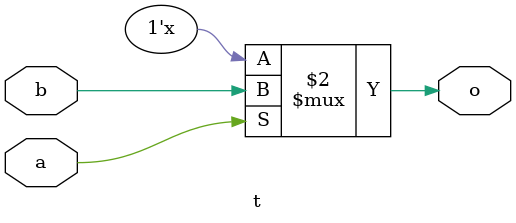
<source format=v>

module t (/*AUTOARG*/ a, b, o);
   input  a;
   input  b;
   output reg o;

   // verilator lint_off LATCH
   always @(a or b)
     if (a)
       o <= b;

endmodule

</source>
